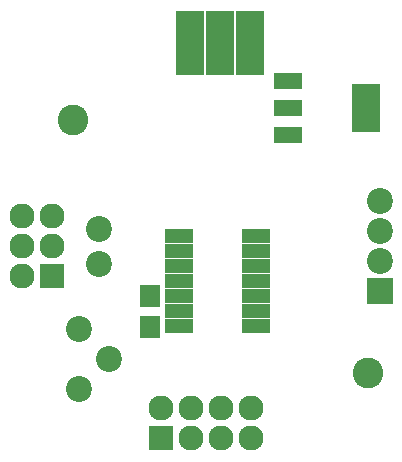
<source format=gts>
G04 #@! TF.FileFunction,Soldermask,Top*
%FSLAX46Y46*%
G04 Gerber Fmt 4.6, Leading zero omitted, Abs format (unit mm)*
G04 Created by KiCad (PCBNEW 4.0.4+e1-6308~48~ubuntu16.04.1-stable) date Tue Dec 13 09:27:16 2016*
%MOMM*%
%LPD*%
G01*
G04 APERTURE LIST*
%ADD10C,0.100000*%
%ADD11R,1.700000X1.900000*%
%ADD12C,2.600000*%
%ADD13R,2.432000X4.057600*%
%ADD14R,2.432000X1.416000*%
%ADD15R,2.400000X5.400000*%
%ADD16R,2.400000X1.300000*%
%ADD17R,2.127200X2.127200*%
%ADD18O,2.127200X2.127200*%
%ADD19C,2.200000*%
%ADD20R,2.200000X2.200000*%
G04 APERTURE END LIST*
D10*
D11*
X183500000Y-121650000D03*
X183500000Y-124350000D03*
D12*
X202000000Y-128250000D03*
X177000000Y-106750000D03*
D13*
X201802000Y-105750000D03*
D14*
X195198000Y-105750000D03*
X195198000Y-108036000D03*
X195198000Y-103464000D03*
D15*
X192040000Y-100250000D03*
X189500000Y-100250000D03*
X186960000Y-100250000D03*
D16*
X186000000Y-116630000D03*
X186000000Y-117900000D03*
X186000000Y-119170000D03*
X186000000Y-120440000D03*
X186000000Y-121710000D03*
X186000000Y-122980000D03*
X186000000Y-124250000D03*
X192500000Y-124250000D03*
X192500000Y-122980000D03*
X192500000Y-121710000D03*
X192500000Y-120440000D03*
X192500000Y-119170000D03*
X192500000Y-117900000D03*
X192500000Y-116630000D03*
D17*
X175250000Y-120000000D03*
D18*
X172710000Y-120000000D03*
X175250000Y-117460000D03*
X172710000Y-117460000D03*
X175250000Y-114920000D03*
X172710000Y-114920000D03*
D17*
X184500000Y-133750000D03*
D18*
X184500000Y-131210000D03*
X187040000Y-133750000D03*
X187040000Y-131210000D03*
X189580000Y-133750000D03*
X189580000Y-131210000D03*
X192120000Y-133750000D03*
X192120000Y-131210000D03*
D19*
X179250000Y-119000000D03*
X179250000Y-116000000D03*
X177500000Y-129540000D03*
X177500000Y-124460000D03*
X180040000Y-127000000D03*
D20*
X203000000Y-121250000D03*
D19*
X203000000Y-118710000D03*
X203000000Y-116170000D03*
X203000000Y-113630000D03*
M02*

</source>
